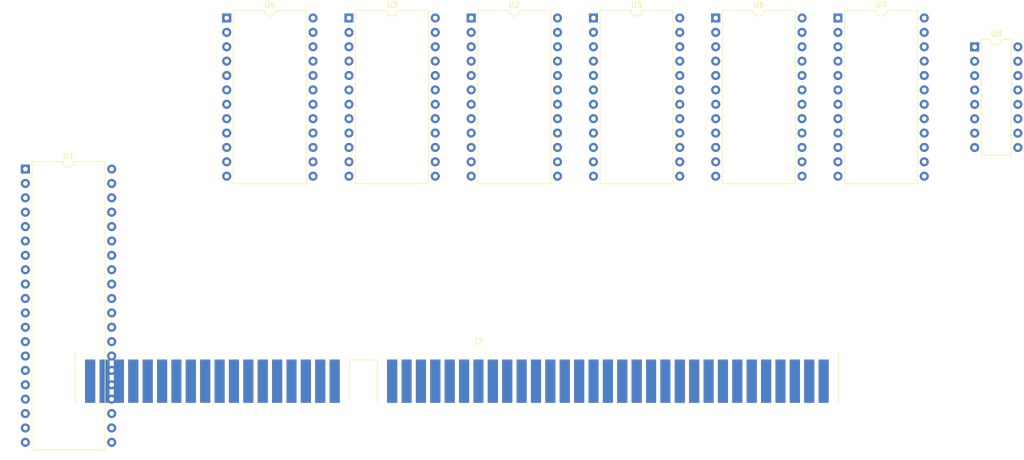
<source format=kicad_pcb>
(kicad_pcb (version 20211014) (generator pcbnew)
  (layers (0 "F.Cu" signal) (31 "B.Cu" signal) (34 "B.Paste" user) (35 "F.Paste" user) (36 "B.SilkS" user "B.Silkscreen") (37 "F.SilkS" user "F.Silkscreen") (38 "B.Mask" user) (39 "F.Mask" user) (44 "Edge.Cuts" user))
  (net 0 "")
  (net 12 "GND")
  (net 24 "+5V")
  (net 86 "RAM 3")
  (net 88 "RAM 2")
  (net 108 "RAM 1")
  (net 110 "RAM 0")
  (net 113 "/A7")
  (net 114 "/A6")
  (net 115 "/A5")
  (net 116 "/A4")
  (net 117 "/A3")
  (net 118 "/A2")
  (net 119 "/A1")
  (net 120 "/A0")
  (net 121 "/D0")
  (net 122 "/D1")
  (net 123 "/D2")
  (net 124 "/D3")
  (net 125 "/D4")
  (net 126 "/D5")
  (net 127 "/D6")
  (net 128 "/D7")
  (net 129 "/A12")
  (net 130 "/A10")
  (net 131 "/A11")
  (net 132 "/A9")
  (net 133 "/A8")
  (net 144 "Net-(U4-Pad19)")
  (net 148 "Net-(U5-Pad21)")
  (net 151 "Net-(U7-Pad21)")
  (footprint "Connector_PCBEdge:BUS_AT" (layer "F.Cu") (at 170.185 100.965)
    (fp_text reference "J2" (at -60.96 -6.99) (layer "F.SilkS"))
    (fp_text value "Conn_02x12_Counter_Clockwise")
    (fp_line (start -132.15 3.85) (end -132.15 -5.1) (layer "F.SilkS") (width 0.12))
    (fp_line (start -83.75 -3.75) (end -78.8 -3.75) (layer "F.SilkS") (width 0.12))
    (fp_line (start 2.6 3.85) (end 2.6 -5.1) (layer "F.SilkS") (width 0.12))
    (fp_line (start -83.75 3.85) (end -83.75 -3.75) (layer "F.SilkS") (width 0.12))
    (fp_line (start 2.6 -5.1) (end 3 -5.1) (layer "F.SilkS") (width 0.12))
    (fp_line (start -132.15 -5.1) (end -132.55 -5.1) (layer "F.SilkS") (width 0.12))
    (fp_line (start -78.8 -3.75) (end -78.8 3.85) (layer "F.SilkS") (width 0.12))
    (pad "1" connect rect (at 0 0) (size 1.78 7.62) (layers "B.Cu" "B.Mask") (net 113 "/A7"))
    (pad "2" connect rect (at -2.54 0) (size 1.78 7.62) (layers "B.Cu" "B.Mask") (net 114 "/A6"))
    (pad "3" connect rect (at -5.08 0) (size 1.78 7.62) (layers "B.Cu" "B.Mask") (net 115 "/A5"))
    (pad "4" connect rect (at -7.62 0) (size 1.78 7.62) (layers "B.Cu" "B.Mask") (net 116 "/A4"))
    (pad "5" connect rect (at -10.16 0) (size 1.78 7.62) (layers "B.Cu" "B.Mask") (net 117 "/A3"))
    (pad "6" connect rect (at -12.7 0) (size 1.78 7.62) (layers "B.Cu" "B.Mask") (net 118 "/A2"))
    (pad "7" connect rect (at -15.24 0) (size 1.78 7.62) (layers "B.Cu" "B.Mask") (net 119 "/A1"))
    (pad "8" connect rect (at -17.78 0) (size 1.78 7.62) (layers "B.Cu" "B.Mask") (net 120 "/A0"))
    (pad "9" connect rect (at -20.32 0) (size 1.78 7.62) (layers "B.Cu" "B.Mask") (net 121 "/D0"))
    (pad "10" connect rect (at -22.86 0) (size 1.78 7.62) (layers "B.Cu" "B.Mask") (net 122 "/D1"))
    (pad "11" connect rect (at -25.4 0) (size 1.78 7.62) (layers "B.Cu" "B.Mask") (net 123 "/D2"))
    (pad "12" connect rect (at -27.94 0) (size 1.78 7.62) (layers "B.Cu" "B.Mask") (net 12 "GND"))
    (pad "13" connect rect (at -30.48 0) (size 1.78 7.62) (layers "B.Cu" "B.Mask") (net 124 "/D3"))
    (pad "14" connect rect (at -33.02 0) (size 1.78 7.62) (layers "B.Cu" "B.Mask") (net 125 "/D4"))
    (pad "15" connect rect (at -35.56 0) (size 1.78 7.62) (layers "B.Cu" "B.Mask") (net 126 "/D5"))
    (pad "16" connect rect (at -38.1 0) (size 1.78 7.62) (layers "B.Cu" "B.Mask") (net 127 "/D6"))
    (pad "17" connect rect (at -40.64 0) (size 1.78 7.62) (layers "B.Cu" "B.Mask") (net 128 "/D7"))
    (pad "18" connect rect (at -43.18 0) (size 1.78 7.62) (layers "B.Cu" "B.Mask") (net 129 "/A12"))
    (pad "19" connect rect (at -45.72 0) (size 1.78 7.62) (layers "B.Cu" "B.Mask") (net 130 "/A10"))
    (pad "20" connect rect (at -48.26 0) (size 1.78 7.62) (layers "B.Cu" "B.Mask") (net 131 "/A11"))
    (pad "21" connect rect (at -50.8 0) (size 1.78 7.62) (layers "B.Cu" "B.Mask") (net 132 "/A9"))
    (pad "22" connect rect (at -53.34 0) (size 1.78 7.62) (layers "B.Cu" "B.Mask") (net 133 "/A8"))
    (pad "23" connect rect (at -55.88 0) (size 1.78 7.62) (layers "B.Cu" "B.Mask") (net 24 "+5V"))
    (pad "24" connect rect (at -58.42 0) (size 1.78 7.62) (layers "B.Cu" "B.Mask") (net 12 "GND"))
    (pad "25" connect rect (at -60.96 0) (size 1.78 7.62) (layers "B.Cu" "B.Mask"))
    (pad "26" connect rect (at -63.5 0) (size 1.78 7.62) (layers "B.Cu" "B.Mask"))
    (pad "27" connect rect (at -66.04 0) (size 1.78 7.62) (layers "B.Cu" "B.Mask"))
    (pad "28" connect rect (at -68.58 0) (size 1.78 7.62) (layers "B.Cu" "B.Mask"))
    (pad "29" connect rect (at -71.12 0) (size 1.78 7.62) (layers "B.Cu" "B.Mask"))
    (pad "30" connect rect (at -73.66 0) (size 1.78 7.62) (layers "B.Cu" "B.Mask"))
    (pad "31" connect rect (at -76.2 0) (size 1.78 7.62) (layers "B.Cu" "B.Mask"))
    (pad "32" connect rect (at 0 0) (size 1.78 7.62) (layers "F.Cu" "F.Mask"))
    (pad "33" connect rect (at -2.54 0) (size 1.78 7.62) (layers "F.Cu" "F.Mask"))
    (pad "34" connect rect (at -5.08 0) (size 1.78 7.62) (layers "F.Cu" "F.Mask"))
    (pad "35" connect rect (at -7.62 0) (size 1.78 7.62) (layers "F.Cu" "F.Mask"))
    (pad "36" connect rect (at -10.16 0) (size 1.78 7.62) (layers "F.Cu" "F.Mask"))
    (pad "37" connect rect (at -12.7 0) (size 1.78 7.62) (layers "F.Cu" "F.Mask"))
    (pad "38" connect rect (at -15.24 0) (size 1.78 7.62) (layers "F.Cu" "F.Mask"))
    (pad "39" connect rect (at -17.78 0) (size 1.78 7.62) (layers "F.Cu" "F.Mask"))
    (pad "40" connect rect (at -20.32 0) (size 1.78 7.62) (layers "F.Cu" "F.Mask"))
    (pad "41" connect rect (at -22.86 0) (size 1.78 7.62) (layers "F.Cu" "F.Mask"))
    (pad "42" connect rect (at -25.4 0) (size 1.78 7.62) (layers "F.Cu" "F.Mask"))
    (pad "43" connect rect (at -27.94 0) (size 1.78 7.62) (layers "F.Cu" "F.Mask"))
    (pad "44" connect rect (at -30.48 0) (size 1.78 7.62) (layers "F.Cu" "F.Mask"))
    (pad "45" connect rect (at -33.02 0) (size 1.78 7.62) (layers "F.Cu" "F.Mask"))
    (pad "46" connect rect (at -35.56 0) (size 1.78 7.62) (layers "F.Cu" "F.Mask"))
    (pad "47" connect rect (at -38.1 0) (size 1.78 7.62) (layers "F.Cu" "F.Mask"))
    (pad "48" connect rect (at -40.64 0) (size 1.78 7.62) (layers "F.Cu" "F.Mask"))
    (pad "49" connect rect (at -43.18 0) (size 1.78 7.62) (layers "F.Cu" "F.Mask"))
    (pad "50" connect rect (at -45.72 0) (size 1.78 7.62) (layers "F.Cu" "F.Mask"))
    (pad "51" connect rect (at -48.26 0) (size 1.78 7.62) (layers "F.Cu" "F.Mask"))
    (pad "52" connect rect (at -50.8 0) (size 1.78 7.62) (layers "F.Cu" "F.Mask"))
    (pad "53" connect rect (at -53.34 0) (size 1.78 7.62) (layers "F.Cu" "F.Mask"))
    (pad "54" connect rect (at -55.88 0) (size 1.78 7.62) (layers "F.Cu" "F.Mask"))
    (pad "55" connect rect (at -58.42 0) (size 1.78 7.62) (layers "F.Cu" "F.Mask"))
    (pad "56" connect rect (at -60.96 0) (size 1.78 7.62) (layers "F.Cu" "F.Mask"))
    (pad "57" connect rect (at -63.5 0) (size 1.78 7.62) (layers "F.Cu" "F.Mask"))
    (pad "58" connect rect (at -66.04 0) (size 1.78 7.62) (layers "F.Cu" "F.Mask"))
    (pad "59" connect rect (at -68.58 0) (size 1.78 7.62) (layers "F.Cu" "F.Mask"))
    (pad "60" connect rect (at -71.12 0) (size 1.78 7.62) (layers "F.Cu" "F.Mask"))
    (pad "61" connect rect (at -73.66 0) (size 1.78 7.62) (layers "F.Cu" "F.Mask"))
    (pad "62" connect rect (at -76.2 0) (size 1.78 7.62) (layers "F.Cu" "F.Mask"))
    (pad "63" connect rect (at -86.36 0) (size 1.78 7.62) (layers "B.Cu" "B.Mask"))
    (pad "64" connect rect (at -88.9 0) (size 1.78 7.62) (layers "B.Cu" "B.Mask"))
    (pad "65" connect rect (at -91.44 0) (size 1.78 7.62) (layers "B.Cu" "B.Mask"))
    (pad "66" connect rect (at -93.98 0) (size 1.78 7.62) (layers "B.Cu" "B.Mask"))
    (pad "67" connect rect (at -96.52 0) (size 1.78 7.62) (layers "B.Cu" "B.Mask"))
    (pad "68" connect rect (at -99.06 0) (size 1.78 7.62) (layers "B.Cu" "B.Mask"))
    (pad "69" connect rect (at -101.6 0) (size 1.78 7.62) (layers "B.Cu" "B.Mask"))
    (pad "70" connect rect (at -104.14 0) (size 1.78 7.62) (layers "B.Cu" "B.Mask"))
    (pad "71" connect rect (at -106.68 0) (size 1.78 7.62) (layers "B.Cu" "B.Mask"))
    (pad "72" connect rect (at -109.22 0) (size 1.78 7.62) (layers "B.Cu" "B.Mask"))
    (pad "73" connect rect (at -111.76 0) (size 1.78 7.62) (layers "B.Cu" "B.Mask"))
    (pad "74" connect rect (at -114.3 0) (size 1.78 7.62) (layers "B.Cu" "B.Mask"))
    (pad "75" connect rect (at -116.84 0) (size 1.78 7.62) (layers "B.Cu" "B.Mask"))
    (pad "76" connect rect (at -119.38 0) (size 1.78 7.62) (layers "B.Cu" "B.Mask"))
    (pad "77" connect rect (at -121.92 0) (size 1.78 7.62) (layers "B.Cu" "B.Mask"))
    (pad "78" connect rect (at -124.46 0) (size 1.78 7.62) (layers "B.Cu" "B.Mask"))
    (pad "79" connect rect (at -127 0) (size 1.78 7.62) (layers "B.Cu" "B.Mask"))
    (pad "80" connect rect (at -129.54 0) (size 1.78 7.62) (layers "B.Cu" "B.Mask"))
    (pad "81" connect rect (at -86.36 0) (size 1.78 7.62) (layers "F.Cu" "F.Mask"))
    (pad "82" connect rect (at -88.9 0) (size 1.78 7.62) (layers "F.Cu" "F.Mask"))
    (pad "83" connect rect (at -91.44 0) (size 1.78 7.62) (layers "F.Cu" "F.Mask"))
    (pad "84" connect rect (at -93.98 0) (size 1.78 7.62) (layers "F.Cu" "F.Mask"))
    (pad "85" connect rect (at -96.52 0) (size 1.78 7.62) (layers "F.Cu" "F.Mask"))
    (pad "86" connect rect (at -99.06 0) (size 1.78 7.62) (layers "F.Cu" "F.Mask"))
    (pad "87" connect rect (at -101.6 0) (size 1.78 7.62) (layers "F.Cu" "F.Mask"))
    (pad "88" connect rect (at -104.14 0) (size 1.78 7.62) (layers "F.Cu" "F.Mask"))
    (pad "89" connect rect (at -106.68 0) (size 1.78 7.62) (layers "F.Cu" "F.Mask"))
    (pad "90" connect rect (at -109.22 0) (size 1.78 7.62) (layers "F.Cu" "F.Mask"))
    (pad "91" connect rect (at -111.76 0) (size 1.78 7.62) (layers "F.Cu" "F.Mask"))
    (pad "92" connect rect (at -114.3 0) (size 1.78 7.62) (layers "F.Cu" "F.Mask"))
    (pad "93" connect rect (at -116.84 0) (size 1.78 7.62) (layers "F.Cu" "F.Mask"))
    (pad "94" connect rect (at -119.38 0) (size 1.78 7.62) (layers "F.Cu" "F.Mask"))
    (pad "95" connect rect (at -121.92 0) (size 1.78 7.62) (layers "F.Cu" "F.Mask"))
    (pad "96" connect rect (at -124.46 0) (size 1.78 7.62) (layers "F.Cu" "F.Mask"))
    (pad "97" connect rect (at -127 0) (size 1.78 7.62) (layers "F.Cu" "F.Mask"))
    (pad "98" connect rect (at -129.54 0) (size 1.78 7.62) (layers "F.Cu" "F.Mask"))
  )
  (footprint "Package_DIP:DIP-24_W15.24mm" (layer "F.Cu") (at 129.535 36.825)
    (fp_text reference "U5" (at 7.62 -2.33) (layer "F.SilkS"))
    (fp_text value "MB8416-20")
    (fp_line (start 6.62 -1.33) (end 1.16 -1.33) (layer "F.SilkS") (width 0.12))
    (fp_line (start 14.08 -1.33) (end 8.62 -1.33) (layer "F.SilkS") (width 0.12))
    (fp_line (start 1.16 29.27) (end 14.08 29.27) (layer "F.SilkS") (width 0.12))
    (fp_line (start 1.16 -1.33) (end 1.16 29.27) (layer "F.SilkS") (width 0.12))
    (fp_line (start 14.08 29.27) (end 14.08 -1.33) (layer "F.SilkS") (width 0.12))
    (fp_arc (start 8.62 -1.33) (mid 7.62 -0.33) (end 6.62 -1.33) (layer "F.SilkS") (width 0.12))
    (pad "1" thru_hole rect (at 0 0) (size 1.6 1.6) (drill 0.8) (layers *.Cu *.Mask))
    (pad "2" thru_hole oval (at 0 2.54) (size 1.6 1.6) (drill 0.8) (layers *.Cu *.Mask))
    (pad "3" thru_hole oval (at 0 5.08) (size 1.6 1.6) (drill 0.8) (layers *.Cu *.Mask))
    (pad "4" thru_hole oval (at 0 7.62) (size 1.6 1.6) (drill 0.8) (layers *.Cu *.Mask))
    (pad "5" thru_hole oval (at 0 10.16) (size 1.6 1.6) (drill 0.8) (layers *.Cu *.Mask))
    (pad "6" thru_hole oval (at 0 12.7) (size 1.6 1.6) (drill 0.8) (layers *.Cu *.Mask))
    (pad "7" thru_hole oval (at 0 15.24) (size 1.6 1.6) (drill 0.8) (layers *.Cu *.Mask))
    (pad "8" thru_hole oval (at 0 17.78) (size 1.6 1.6) (drill 0.8) (layers *.Cu *.Mask))
    (pad "9" thru_hole oval (at 0 20.32) (size 1.6 1.6) (drill 0.8) (layers *.Cu *.Mask))
    (pad "10" thru_hole oval (at 0 22.86) (size 1.6 1.6) (drill 0.8) (layers *.Cu *.Mask))
    (pad "11" thru_hole oval (at 0 25.4) (size 1.6 1.6) (drill 0.8) (layers *.Cu *.Mask))
    (pad "12" thru_hole oval (at 0 27.94) (size 1.6 1.6) (drill 0.8) (layers *.Cu *.Mask) (net 12 "GND"))
    (pad "13" thru_hole oval (at 15.24 27.94) (size 1.6 1.6) (drill 0.8) (layers *.Cu *.Mask))
    (pad "14" thru_hole oval (at 15.24 25.4) (size 1.6 1.6) (drill 0.8) (layers *.Cu *.Mask))
    (pad "15" thru_hole oval (at 15.24 22.86) (size 1.6 1.6) (drill 0.8) (layers *.Cu *.Mask))
    (pad "16" thru_hole oval (at 15.24 20.32) (size 1.6 1.6) (drill 0.8) (layers *.Cu *.Mask))
    (pad "17" thru_hole oval (at 15.24 17.78) (size 1.6 1.6) (drill 0.8) (layers *.Cu *.Mask))
    (pad "18" thru_hole oval (at 15.24 15.24) (size 1.6 1.6) (drill 0.8) (layers *.Cu *.Mask))
    (pad "19" thru_hole oval (at 15.24 12.7) (size 1.6 1.6) (drill 0.8) (layers *.Cu *.Mask) (net 144 "Net-(U4-Pad19)"))
    (pad "20" thru_hole oval (at 15.24 10.16) (size 1.6 1.6) (drill 0.8) (layers *.Cu *.Mask))
    (pad "21" thru_hole oval (at 15.24 7.62) (size 1.6 1.6) (drill 0.8) (layers *.Cu *.Mask) (net 148 "Net-(U5-Pad21)"))
    (pad "22" thru_hole oval (at 15.24 5.08) (size 1.6 1.6) (drill 0.8) (layers *.Cu *.Mask))
    (pad "23" thru_hole oval (at 15.24 2.54) (size 1.6 1.6) (drill 0.8) (layers *.Cu *.Mask))
    (pad "24" thru_hole oval (at 15.24 0) (size 1.6 1.6) (drill 0.8) (layers *.Cu *.Mask) (net 24 "+5V"))
  )
  (footprint "Package_DIP:DIP-16_W7.62mm" (layer "F.Cu") (at 196.86 41.925)
    (fp_text reference "U8" (at 3.81 -2.33) (layer "F.SilkS"))
    (fp_text value "DM54S288J")
    (fp_line (start 6.46 19.11) (end 6.46 -1.33) (layer "F.SilkS") (width 0.12))
    (fp_line (start 2.81 -1.33) (end 1.16 -1.33) (layer "F.SilkS") (width 0.12))
    (fp_line (start 1.16 19.11) (end 6.46 19.11) (layer "F.SilkS") (width 0.12))
    (fp_line (start 6.46 -1.33) (end 4.81 -1.33) (layer "F.SilkS") (width 0.12))
    (fp_line (start 1.16 -1.33) (end 1.16 19.11) (layer "F.SilkS") (width 0.12))
    (fp_arc (start 4.81 -1.33) (mid 3.81 -0.33) (end 2.81 -1.33) (layer "F.SilkS") (width 0.12))
    (pad "1" thru_hole rect (at 0 0) (size 1.6 1.6) (drill 0.8) (layers *.Cu *.Mask))
    (pad "2" thru_hole oval (at 0 2.54) (size 1.6 1.6) (drill 0.8) (layers *.Cu *.Mask))
    (pad "3" thru_hole oval (at 0 5.08) (size 1.6 1.6) (drill 0.8) (layers *.Cu *.Mask))
    (pad "4" thru_hole oval (at 0 7.62) (size 1.6 1.6) (drill 0.8) (layers *.Cu *.Mask))
    (pad "5" thru_hole oval (at 0 10.16) (size 1.6 1.6) (drill 0.8) (layers *.Cu *.Mask))
    (pad "6" thru_hole oval (at 0 12.7) (size 1.6 1.6) (drill 0.8) (layers *.Cu *.Mask))
    (pad "7" thru_hole oval (at 0 15.24) (size 1.6 1.6) (drill 0.8) (layers *.Cu *.Mask))
    (pad "8" thru_hole oval (at 0 17.78) (size 1.6 1.6) (drill 0.8) (layers *.Cu *.Mask) (net 12 "GND"))
    (pad "9" thru_hole oval (at 7.62 17.78) (size 1.6 1.6) (drill 0.8) (layers *.Cu *.Mask))
    (pad "10" thru_hole oval (at 7.62 15.24) (size 1.6 1.6) (drill 0.8) (layers *.Cu *.Mask))
    (pad "11" thru_hole oval (at 7.62 12.7) (size 1.6 1.6) (drill 0.8) (layers *.Cu *.Mask))
    (pad "12" thru_hole oval (at 7.62 10.16) (size 1.6 1.6) (drill 0.8) (layers *.Cu *.Mask))
    (pad "13" thru_hole oval (at 7.62 7.62) (size 1.6 1.6) (drill 0.8) (layers *.Cu *.Mask))
    (pad "14" thru_hole oval (at 7.62 5.08) (size 1.6 1.6) (drill 0.8) (layers *.Cu *.Mask))
    (pad "15" thru_hole oval (at 7.62 2.54) (size 1.6 1.6) (drill 0.8) (layers *.Cu *.Mask))
    (pad "16" thru_hole oval (at 7.62 0) (size 1.6 1.6) (drill 0.8) (layers *.Cu *.Mask) (net 24 "+5V"))
  )
  (footprint "Package_DIP:DIP-24_W15.24mm" (layer "F.Cu") (at 107.945 36.825)
    (fp_text reference "U2" (at 7.62 -2.33) (layer "F.SilkS"))
    (fp_text value "RCA CDM6116E2")
    (fp_line (start 14.08 -1.33) (end 8.62 -1.33) (layer "F.SilkS") (width 0.12))
    (fp_line (start 6.62 -1.33) (end 1.16 -1.33) (layer "F.SilkS") (width 0.12))
    (fp_line (start 1.16 29.27) (end 14.08 29.27) (layer "F.SilkS") (width 0.12))
    (fp_line (start 1.16 -1.33) (end 1.16 29.27) (layer "F.SilkS") (width 0.12))
    (fp_line (start 14.08 29.27) (end 14.08 -1.33) (layer "F.SilkS") (width 0.12))
    (fp_arc (start 8.62 -1.33) (mid 7.62 -0.33) (end 6.62 -1.33) (layer "F.SilkS") (width 0.12))
    (pad "1" thru_hole rect (at 0 0) (size 1.6 1.6) (drill 0.8) (layers *.Cu *.Mask))
    (pad "2" thru_hole oval (at 0 2.54) (size 1.6 1.6) (drill 0.8) (layers *.Cu *.Mask))
    (pad "3" thru_hole oval (at 0 5.08) (size 1.6 1.6) (drill 0.8) (layers *.Cu *.Mask))
    (pad "4" thru_hole oval (at 0 7.62) (size 1.6 1.6) (drill 0.8) (layers *.Cu *.Mask))
    (pad "5" thru_hole oval (at 0 10.16) (size 1.6 1.6) (drill 0.8) (layers *.Cu *.Mask))
    (pad "6" thru_hole oval (at 0 12.7) (size 1.6 1.6) (drill 0.8) (layers *.Cu *.Mask))
    (pad "7" thru_hole oval (at 0 15.24) (size 1.6 1.6) (drill 0.8) (layers *.Cu *.Mask))
    (pad "8" thru_hole oval (at 0 17.78) (size 1.6 1.6) (drill 0.8) (layers *.Cu *.Mask))
    (pad "9" thru_hole oval (at 0 20.32) (size 1.6 1.6) (drill 0.8) (layers *.Cu *.Mask))
    (pad "10" thru_hole oval (at 0 22.86) (size 1.6 1.6) (drill 0.8) (layers *.Cu *.Mask))
    (pad "11" thru_hole oval (at 0 25.4) (size 1.6 1.6) (drill 0.8) (layers *.Cu *.Mask))
    (pad "12" thru_hole oval (at 0 27.94) (size 1.6 1.6) (drill 0.8) (layers *.Cu *.Mask) (net 12 "GND"))
    (pad "13" thru_hole oval (at 15.24 27.94) (size 1.6 1.6) (drill 0.8) (layers *.Cu *.Mask))
    (pad "14" thru_hole oval (at 15.24 25.4) (size 1.6 1.6) (drill 0.8) (layers *.Cu *.Mask))
    (pad "15" thru_hole oval (at 15.24 22.86) (size 1.6 1.6) (drill 0.8) (layers *.Cu *.Mask))
    (pad "16" thru_hole oval (at 15.24 20.32) (size 1.6 1.6) (drill 0.8) (layers *.Cu *.Mask))
    (pad "17" thru_hole oval (at 15.24 17.78) (size 1.6 1.6) (drill 0.8) (layers *.Cu *.Mask))
    (pad "18" thru_hole oval (at 15.24 15.24) (size 1.6 1.6) (drill 0.8) (layers *.Cu *.Mask))
    (pad "19" thru_hole oval (at 15.24 12.7) (size 1.6 1.6) (drill 0.8) (layers *.Cu *.Mask) (net 144 "Net-(U4-Pad19)"))
    (pad "20" thru_hole oval (at 15.24 10.16) (size 1.6 1.6) (drill 0.8) (layers *.Cu *.Mask))
    (pad "21" thru_hole oval (at 15.24 7.62) (size 1.6 1.6) (drill 0.8) (layers *.Cu *.Mask))
    (pad "22" thru_hole oval (at 15.24 5.08) (size 1.6 1.6) (drill 0.8) (layers *.Cu *.Mask))
    (pad "23" thru_hole oval (at 15.24 2.54) (size 1.6 1.6) (drill 0.8) (layers *.Cu *.Mask))
    (pad "24" thru_hole oval (at 15.24 0) (size 1.6 1.6) (drill 0.8) (layers *.Cu *.Mask) (net 24 "+5V"))
  )
  (footprint "Package_DIP:DIP-24_W15.24mm" (layer "F.Cu") (at 86.355 36.825)
    (fp_text reference "U3" (at 7.62 -2.33) (layer "F.SilkS"))
    (fp_text value "MB8416-20")
    (fp_line (start 14.08 29.27) (end 14.08 -1.33) (layer "F.SilkS") (width 0.12))
    (fp_line (start 6.62 -1.33) (end 1.16 -1.33) (layer "F.SilkS") (width 0.12))
    (fp_line (start 1.16 -1.33) (end 1.16 29.27) (layer "F.SilkS") (width 0.12))
    (fp_line (start 1.16 29.27) (end 14.08 29.27) (layer "F.SilkS") (width 0.12))
    (fp_line (start 14.08 -1.33) (end 8.62 -1.33) (layer "F.SilkS") (width 0.12))
    (fp_arc (start 8.62 -1.33) (mid 7.62 -0.33) (end 6.62 -1.33) (layer "F.SilkS") (width 0.12))
    (pad "1" thru_hole rect (at 0 0) (size 1.6 1.6) (drill 0.8) (layers *.Cu *.Mask))
    (pad "2" thru_hole oval (at 0 2.54) (size 1.6 1.6) (drill 0.8) (layers *.Cu *.Mask))
    (pad "3" thru_hole oval (at 0 5.08) (size 1.6 1.6) (drill 0.8) (layers *.Cu *.Mask))
    (pad "4" thru_hole oval (at 0 7.62) (size 1.6 1.6) (drill 0.8) (layers *.Cu *.Mask))
    (pad "5" thru_hole oval (at 0 10.16) (size 1.6 1.6) (drill 0.8) (layers *.Cu *.Mask))
    (pad "6" thru_hole oval (at 0 12.7) (size 1.6 1.6) (drill 0.8) (layers *.Cu *.Mask))
    (pad "7" thru_hole oval (at 0 15.24) (size 1.6 1.6) (drill 0.8) (layers *.Cu *.Mask))
    (pad "8" thru_hole oval (at 0 17.78) (size 1.6 1.6) (drill 0.8) (layers *.Cu *.Mask))
    (pad "9" thru_hole oval (at 0 20.32) (size 1.6 1.6) (drill 0.8) (layers *.Cu *.Mask))
    (pad "10" thru_hole oval (at 0 22.86) (size 1.6 1.6) (drill 0.8) (layers *.Cu *.Mask))
    (pad "11" thru_hole oval (at 0 25.4) (size 1.6 1.6) (drill 0.8) (layers *.Cu *.Mask))
    (pad "12" thru_hole oval (at 0 27.94) (size 1.6 1.6) (drill 0.8) (layers *.Cu *.Mask) (net 12 "GND"))
    (pad "13" thru_hole oval (at 15.24 27.94) (size 1.6 1.6) (drill 0.8) (layers *.Cu *.Mask))
    (pad "14" thru_hole oval (at 15.24 25.4) (size 1.6 1.6) (drill 0.8) (layers *.Cu *.Mask))
    (pad "15" thru_hole oval (at 15.24 22.86) (size 1.6 1.6) (drill 0.8) (layers *.Cu *.Mask))
    (pad "16" thru_hole oval (at 15.24 20.32) (size 1.6 1.6) (drill 0.8) (layers *.Cu *.Mask))
    (pad "17" thru_hole oval (at 15.24 17.78) (size 1.6 1.6) (drill 0.8) (layers *.Cu *.Mask))
    (pad "18" thru_hole oval (at 15.24 15.24) (size 1.6 1.6) (drill 0.8) (layers *.Cu *.Mask))
    (pad "19" thru_hole oval (at 15.24 12.7) (size 1.6 1.6) (drill 0.8) (layers *.Cu *.Mask) (net 144 "Net-(U4-Pad19)"))
    (pad "20" thru_hole oval (at 15.24 10.16) (size 1.6 1.6) (drill 0.8) (layers *.Cu *.Mask))
    (pad "21" thru_hole oval (at 15.24 7.62) (size 1.6 1.6) (drill 0.8) (layers *.Cu *.Mask) (net 148 "Net-(U5-Pad21)"))
    (pad "22" thru_hole oval (at 15.24 5.08) (size 1.6 1.6) (drill 0.8) (layers *.Cu *.Mask))
    (pad "23" thru_hole oval (at 15.24 2.54) (size 1.6 1.6) (drill 0.8) (layers *.Cu *.Mask))
    (pad "24" thru_hole oval (at 15.24 0) (size 1.6 1.6) (drill 0.8) (layers *.Cu *.Mask) (net 24 "+5V"))
  )
  (footprint "Package_DIP:DIP-40_W15.24mm" (layer "F.Cu") (at 29.205 63.505)
    (fp_text reference "U1" (at 7.62 -2.33) (layer "F.SilkS"))
    (fp_text value "266777A-HCS_10018-8319_7F")
    (fp_line (start 1.16 49.59) (end 14.08 49.59) (layer "F.SilkS") (width 0.12))
    (fp_line (start 14.08 -1.33) (end 8.62 -1.33) (layer "F.SilkS") (width 0.12))
    (fp_line (start 6.62 -1.33) (end 1.16 -1.33) (layer "F.SilkS") (width 0.12))
    (fp_line (start 14.08 49.59) (end 14.08 -1.33) (layer "F.SilkS") (width 0.12))
    (fp_line (start 1.16 -1.33) (end 1.16 49.59) (layer "F.SilkS") (width 0.12))
    (fp_arc (start 8.62 -1.33) (mid 7.62 -0.33) (end 6.62 -1.33) (layer "F.SilkS") (width 0.12))
    (pad "1" thru_hole rect (at 0 0) (size 1.6 1.6) (drill 0.8) (layers *.Cu *.Mask) (net 12 "GND"))
    (pad "2" thru_hole oval (at 0 2.54) (size 1.6 1.6) (drill 0.8) (layers *.Cu *.Mask))
    (pad "3" thru_hole oval (at 0 5.08) (size 1.6 1.6) (drill 0.8) (layers *.Cu *.Mask))
    (pad "4" thru_hole oval (at 0 7.62) (size 1.6 1.6) (drill 0.8) (layers *.Cu *.Mask))
    (pad "5" thru_hole oval (at 0 10.16) (size 1.6 1.6) (drill 0.8) (layers *.Cu *.Mask))
    (pad "6" thru_hole oval (at 0 12.7) (size 1.6 1.6) (drill 0.8) (layers *.Cu *.Mask))
    (pad "7" thru_hole oval (at 0 15.24) (size 1.6 1.6) (drill 0.8) (layers *.Cu *.Mask) (net 86 "RAM 3"))
    (pad "8" thru_hole oval (at 0 17.78) (size 1.6 1.6) (drill 0.8) (layers *.Cu *.Mask) (net 88 "RAM 2"))
    (pad "9" thru_hole oval (at 0 20.32) (size 1.6 1.6) (drill 0.8) (layers *.Cu *.Mask) (net 108 "RAM 1"))
    (pad "10" thru_hole oval (at 0 22.86) (size 1.6 1.6) (drill 0.8) (layers *.Cu *.Mask) (net 110 "RAM 0"))
    (pad "11" thru_hole oval (at 0 25.4) (size 1.6 1.6) (drill 0.8) (layers *.Cu *.Mask))
    (pad "12" thru_hole oval (at 0 27.94) (size 1.6 1.6) (drill 0.8) (layers *.Cu *.Mask))
    (pad "13" thru_hole oval (at 0 30.48) (size 1.6 1.6) (drill 0.8) (layers *.Cu *.Mask))
    (pad "14" thru_hole oval (at 0 33.02) (size 1.6 1.6) (drill 0.8) (layers *.Cu *.Mask))
    (pad "15" thru_hole oval (at 0 35.56) (size 1.6 1.6) (drill 0.8) (layers *.Cu *.Mask))
    (pad "16" thru_hole oval (at 0 38.1) (size 1.6 1.6) (drill 0.8) (layers *.Cu *.Mask))
    (pad "17" thru_hole oval (at 0 40.64) (size 1.6 1.6) (drill 0.8) (layers *.Cu *.Mask))
    (pad "18" thru_hole oval (at 0 43.18) (size 1.6 1.6) (drill 0.8) (layers *.Cu *.Mask))
    (pad "19" thru_hole oval (at 0 45.72) (size 1.6 1.6) (drill 0.8) (layers *.Cu *.Mask))
    (pad "20" thru_hole oval (at 0 48.26) (size 1.6 1.6) (drill 0.8) (layers *.Cu *.Mask) (net 12 "GND"))
    (pad "21" thru_hole oval (at 15.24 48.26) (size 1.6 1.6) (drill 0.8) (layers *.Cu *.Mask))
    (pad "22" thru_hole oval (at 15.24 45.72) (size 1.6 1.6) (drill 0.8) (layers *.Cu *.Mask) (net 144 "Net-(U4-Pad19)"))
    (pad "23" thru_hole oval (at 15.24 43.18) (size 1.6 1.6) (drill 0.8) (layers *.Cu *.Mask))
    (pad "24" thru_hole oval (at 15.24 40.64) (size 1.6 1.6) (drill 0.8) (layers *.Cu *.Mask))
    (pad "25" thru_hole oval (at 15.24 38.1) (size 1.6 1.6) (drill 0.8) (layers *.Cu *.Mask))
    (pad "26" thru_hole oval (at 15.24 35.56) (size 1.6 1.6) (drill 0.8) (layers *.Cu *.Mask) (net 148 "Net-(U5-Pad21)"))
    (pad "27" thru_hole oval (at 15.24 33.02) (size 1.6 1.6) (drill 0.8) (layers *.Cu *.Mask))
    (pad "28" thru_hole oval (at 15.24 30.48) (size 1.6 1.6) (drill 0.8) (layers *.Cu *.Mask))
    (pad "29" thru_hole oval (at 15.24 27.94) (size 1.6 1.6) (drill 0.8) (layers *.Cu *.Mask) (net 151 "Net-(U7-Pad21)"))
    (pad "30" thru_hole oval (at 15.24 25.4) (size 1.6 1.6) (drill 0.8) (layers *.Cu *.Mask))
    (pad "31" thru_hole oval (at 15.24 22.86) (size 1.6 1.6) (drill 0.8) (layers *.Cu *.Mask))
    (pad "32" thru_hole oval (at 15.24 20.32) (size 1.6 1.6) (drill 0.8) (layers *.Cu *.Mask))
    (pad "33" thru_hole oval (at 15.24 17.78) (size 1.6 1.6) (drill 0.8) (layers *.Cu *.Mask))
    (pad "34" thru_hole oval (at 15.24 15.24) (size 1.6 1.6) (drill 0.8) (layers *.Cu *.Mask))
    (pad "35" thru_hole oval (at 15.24 12.7) (size 1.6 1.6) (drill 0.8) (layers *.Cu *.Mask))
    (pad "36" thru_hole oval (at 15.24 10.16) (size 1.6 1.6) (drill 0.8) (layers *.Cu *.Mask))
    (pad "37" thru_hole oval (at 15.24 7.62) (size 1.6 1.6) (drill 0.8) (layers *.Cu *.Mask))
    (pad "38" thru_hole oval (at 15.24 5.08) (size 1.6 1.6) (drill 0.8) (layers *.Cu *.Mask))
    (pad "39" thru_hole oval (at 15.24 2.54) (size 1.6 1.6) (drill 0.8) (layers *.Cu *.Mask))
    (pad "40" thru_hole oval (at 15.24 0) (size 1.6 1.6) (drill 0.8) (layers *.Cu *.Mask) (net 24 "+5V"))
  )
  (footprint "Package_DIP:DIP-24_W15.24mm" (layer "F.Cu") (at 172.715 36.825)
    (fp_text reference "U7" (at 7.62 -2.33) (layer "F.SilkS"))
    (fp_text value "CVC-A1065")
    (fp_line (start 1.16 -1.33) (end 1.16 29.27) (layer "F.SilkS") (width 0.12))
    (fp_line (start 6.62 -1.33) (end 1.16 -1.33) (layer "F.SilkS") (width 0.12))
    (fp_line (start 14.08 29.27) (end 14.08 -1.33) (layer "F.SilkS") (width 0.12))
    (fp_line (start 14.08 -1.33) (end 8.62 -1.33) (layer "F.SilkS") (width 0.12))
    (fp_line (start 1.16 29.27) (end 14.08 29.27) (layer "F.SilkS") (width 0.12))
    (fp_arc (start 8.62 -1.33) (mid 7.62 -0.33) (end 6.62 -1.33) (layer "F.SilkS") (width 0.12))
    (pad "1" thru_hole rect (at 0 0) (size 1.6 1.6) (drill 0.8) (layers *.Cu *.Mask))
    (pad "2" thru_hole oval (at 0 2.54) (size 1.6 1.6) (drill 0.8) (layers *.Cu *.Mask))
    (pad "3" thru_hole oval (at 0 5.08) (size 1.6 1.6) (drill 0.8) (layers *.Cu *.Mask))
    (pad "4" thru_hole oval (at 0 7.62) (size 1.6 1.6) (drill 0.8) (layers *.Cu *.Mask))
    (pad "5" thru_hole oval (at 0 10.16) (size 1.6 1.6) (drill 0.8) (layers *.Cu *.Mask))
    (pad "6" thru_hole oval (at 0 12.7) (size 1.6 1.6) (drill 0.8) (layers *.Cu *.Mask))
    (pad "7" thru_hole oval (at 0 15.24) (size 1.6 1.6) (drill 0.8) (layers *.Cu *.Mask))
    (pad "8" thru_hole oval (at 0 17.78) (size 1.6 1.6) (drill 0.8) (layers *.Cu *.Mask))
    (pad "9" thru_hole oval (at 0 20.32) (size 1.6 1.6) (drill 0.8) (layers *.Cu *.Mask))
    (pad "10" thru_hole oval (at 0 22.86) (size 1.6 1.6) (drill 0.8) (layers *.Cu *.Mask))
    (pad "11" thru_hole oval (at 0 25.4) (size 1.6 1.6) (drill 0.8) (layers *.Cu *.Mask))
    (pad "12" thru_hole oval (at 0 27.94) (size 1.6 1.6) (drill 0.8) (layers *.Cu *.Mask) (net 12 "GND"))
    (pad "13" thru_hole oval (at 15.24 27.94) (size 1.6 1.6) (drill 0.8) (layers *.Cu *.Mask))
    (pad "14" thru_hole oval (at 15.24 25.4) (size 1.6 1.6) (drill 0.8) (layers *.Cu *.Mask))
    (pad "15" thru_hole oval (at 15.24 22.86) (size 1.6 1.6) (drill 0.8) (layers *.Cu *.Mask))
    (pad "16" thru_hole oval (at 15.24 20.32) (size 1.6 1.6) (drill 0.8) (layers *.Cu *.Mask))
    (pad "17" thru_hole oval (at 15.24 17.78) (size 1.6 1.6) (drill 0.8) (layers *.Cu *.Mask))
    (pad "18" thru_hole oval (at 15.24 15.24) (size 1.6 1.6) (drill 0.8) (layers *.Cu *.Mask))
    (pad "19" thru_hole oval (at 15.24 12.7) (size 1.6 1.6) (drill 0.8) (layers *.Cu *.Mask) (net 144 "Net-(U4-Pad19)"))
    (pad "20" thru_hole oval (at 15.24 10.16) (size 1.6 1.6) (drill 0.8) (layers *.Cu *.Mask))
    (pad "21" thru_hole oval (at 15.24 7.62) (size 1.6 1.6) (drill 0.8) (layers *.Cu *.Mask) (net 151 "Net-(U7-Pad21)"))
    (pad "22" thru_hole oval (at 15.24 5.08) (size 1.6 1.6) (drill 0.8) (layers *.Cu *.Mask))
    (pad "23" thru_hole oval (at 15.24 2.54) (size 1.6 1.6) (drill 0.8) (layers *.Cu *.Mask))
    (pad "24" thru_hole oval (at 15.24 0) (size 1.6 1.6) (drill 0.8) (layers *.Cu *.Mask) (net 24 "+5V"))
  )
  (footprint "Package_DIP:DIP-24_W15.24mm" (layer "F.Cu") (at 64.765 36.825)
    (fp_text reference "U4" (at 7.62 -2.33) (layer "F.SilkS"))
    (fp_text value "MB8416-20")
    (fp_line (start 1.16 29.27) (end 14.08 29.27) (layer "F.SilkS") (width 0.12))
    (fp_line (start 1.16 -1.33) (end 1.16 29.27) (layer "F.SilkS") (width 0.12))
    (fp_line (start 14.08 -1.33) (end 8.62 -1.33) (layer "F.SilkS") (width 0.12))
    (fp_line (start 6.62 -1.33) (end 1.16 -1.33) (layer "F.SilkS") (width 0.12))
    (fp_line (start 14.08 29.27) (end 14.08 -1.33) (layer "F.SilkS") (width 0.12))
    (fp_arc (start 8.62 -1.33) (mid 7.62 -0.33) (end 6.62 -1.33) (layer "F.SilkS") (width 0.12))
    (pad "1" thru_hole rect (at 0 0) (size 1.6 1.6) (drill 0.8) (layers *.Cu *.Mask))
    (pad "2" thru_hole oval (at 0 2.54) (size 1.6 1.6) (drill 0.8) (layers *.Cu *.Mask))
    (pad "3" thru_hole oval (at 0 5.08) (size 1.6 1.6) (drill 0.8) (layers *.Cu *.Mask))
    (pad "4" thru_hole oval (at 0 7.62) (size 1.6 1.6) (drill 0.8) (layers *.Cu *.Mask))
    (pad "5" thru_hole oval (at 0 10.16) (size 1.6 1.6) (drill 0.8) (layers *.Cu *.Mask))
    (pad "6" thru_hole oval (at 0 12.7) (size 1.6 1.6) (drill 0.8) (layers *.Cu *.Mask))
    (pad "7" thru_hole oval (at 0 15.24) (size 1.6 1.6) (drill 0.8) (layers *.Cu *.Mask))
    (pad "8" thru_hole oval (at 0 17.78) (size 1.6 1.6) (drill 0.8) (layers *.Cu *.Mask))
    (pad "9" thru_hole oval (at 0 20.32) (size 1.6 1.6) (drill 0.8) (layers *.Cu *.Mask))
    (pad "10" thru_hole oval (at 0 22.86) (size 1.6 1.6) (drill 0.8) (layers *.Cu *.Mask))
    (pad "11" thru_hole oval (at 0 25.4) (size 1.6 1.6) (drill 0.8) (layers *.Cu *.Mask))
    (pad "12" thru_hole oval (at 0 27.94) (size 1.6 1.6) (drill 0.8) (layers *.Cu *.Mask) (net 12 "GND"))
    (pad "13" thru_hole oval (at 15.24 27.94) (size 1.6 1.6) (drill 0.8) (layers *.Cu *.Mask))
    (pad "14" thru_hole oval (at 15.24 25.4) (size 1.6 1.6) (drill 0.8) (layers *.Cu *.Mask))
    (pad "15" thru_hole oval (at 15.24 22.86) (size 1.6 1.6) (drill 0.8) (layers *.Cu *.Mask))
    (pad "16" thru_hole oval (at 15.24 20.32) (size 1.6 1.6) (drill 0.8) (layers *.Cu *.Mask))
    (pad "17" thru_hole oval (at 15.24 17.78) (size 1.6 1.6) (drill 0.8) (layers *.Cu *.Mask))
    (pad "18" thru_hole oval (at 15.24 15.24) (size 1.6 1.6) (drill 0.8) (layers *.Cu *.Mask))
    (pad "19" thru_hole oval (at 15.24 12.7) (size 1.6 1.6) (drill 0.8) (layers *.Cu *.Mask) (net 144 "Net-(U4-Pad19)"))
    (pad "20" thru_hole oval (at 15.24 10.16) (size 1.6 1.6) (drill 0.8) (layers *.Cu *.Mask))
    (pad "21" thru_hole oval (at 15.24 7.62) (size 1.6 1.6) (drill 0.8) (layers *.Cu *.Mask) (net 148 "Net-(U5-Pad21)"))
    (pad "22" thru_hole oval (at 15.24 5.08) (size 1.6 1.6) (drill 0.8) (layers *.Cu *.Mask))
    (pad "23" thru_hole oval (at 15.24 2.54) (size 1.6 1.6) (drill 0.8) (layers *.Cu *.Mask))
    (pad "24" thru_hole oval (at 15.24 0) (size 1.6 1.6) (drill 0.8) (layers *.Cu *.Mask) (net 24 "+5V"))
  )
  (footprint "Package_DIP:DIP-24_W15.24mm" (layer "F.Cu") (at 151.125 36.825)
    (fp_text reference "U6" (at 7.62 -2.33) (layer "F.SilkS"))
    (fp_text value "MB8416-20")
    (fp_line (start 1.16 -1.33) (end 1.16 29.27) (layer "F.SilkS") (width 0.12))
    (fp_line (start 6.62 -1.33) (end 1.16 -1.33) (layer "F.SilkS") (width 0.12))
    (fp_line (start 1.16 29.27) (end 14.08 29.27) (layer "F.SilkS") (width 0.12))
    (fp_line (start 14.08 -1.33) (end 8.62 -1.33) (layer "F.SilkS") (width 0.12))
    (fp_line (start 14.08 29.27) (end 14.08 -1.33) (layer "F.SilkS") (width 0.12))
    (fp_arc (start 8.62 -1.33) (mid 7.62 -0.33) (end 6.62 -1.33) (layer "F.SilkS") (width 0.12))
    (pad "1" thru_hole rect (at 0 0) (size 1.6 1.6) (drill 0.8) (layers *.Cu *.Mask))
    (pad "2" thru_hole oval (at 0 2.54) (size 1.6 1.6) (drill 0.8) (layers *.Cu *.Mask))
    (pad "3" thru_hole oval (at 0 5.08) (size 1.6 1.6) (drill 0.8) (layers *.Cu *.Mask))
    (pad "4" thru_hole oval (at 0 7.62) (size 1.6 1.6) (drill 0.8) (layers *.Cu *.Mask))
    (pad "5" thru_hole oval (at 0 10.16) (size 1.6 1.6) (drill 0.8) (layers *.Cu *.Mask))
    (pad "6" thru_hole oval (at 0 12.7) (size 1.6 1.6) (drill 0.8) (layers *.Cu *.Mask))
    (pad "7" thru_hole oval (at 0 15.24) (size 1.6 1.6) (drill 0.8) (layers *.Cu *.Mask))
    (pad "8" thru_hole oval (at 0 17.78) (size 1.6 1.6) (drill 0.8) (layers *.Cu *.Mask))
    (pad "9" thru_hole oval (at 0 20.32) (size 1.6 1.6) (drill 0.8) (layers *.Cu *.Mask))
    (pad "10" thru_hole oval (at 0 22.86) (size 1.6 1.6) (drill 0.8) (layers *.Cu *.Mask))
    (pad "11" thru_hole oval (at 0 25.4) (size 1.6 1.6) (drill 0.8) (layers *.Cu *.Mask))
    (pad "12" thru_hole oval (at 0 27.94) (size 1.6 1.6) (drill 0.8) (layers *.Cu *.Mask) (net 12 "GND"))
    (pad "13" thru_hole oval (at 15.24 27.94) (size 1.6 1.6) (drill 0.8) (layers *.Cu *.Mask))
    (pad "14" thru_hole oval (at 15.24 25.4) (size 1.6 1.6) (drill 0.8) (layers *.Cu *.Mask))
    (pad "15" thru_hole oval (at 15.24 22.86) (size 1.6 1.6) (drill 0.8) (layers *.Cu *.Mask))
    (pad "16" thru_hole oval (at 15.24 20.32) (size 1.6 1.6) (drill 0.8) (layers *.Cu *.Mask))
    (pad "17" thru_hole oval (at 15.24 17.78) (size 1.6 1.6) (drill 0.8) (layers *.Cu *.Mask))
    (pad "18" thru_hole oval (at 15.24 15.24) (size 1.6 1.6) (drill 0.8) (layers *.Cu *.Mask))
    (pad "19" thru_hole oval (at 15.24 12.7) (size 1.6 1.6) (drill 0.8) (layers *.Cu *.Mask) (net 144 "Net-(U4-Pad19)"))
    (pad "20" thru_hole oval (at 15.24 10.16) (size 1.6 1.6) (drill 0.8) (layers *.Cu *.Mask))
    (pad "21" thru_hole oval (at 15.24 7.62) (size 1.6 1.6) (drill 0.8) (layers *.Cu *.Mask) (net 148 "Net-(U5-Pad21)"))
    (pad "22" thru_hole oval (at 15.24 5.08) (size 1.6 1.6) (drill 0.8) (layers *.Cu *.Mask))
    (pad "23" thru_hole oval (at 15.24 2.54) (size 1.6 1.6) (drill 0.8) (layers *.Cu *.Mask))
    (pad "24" thru_hole oval (at 15.24 0) (size 1.6 1.6) (drill 0.8) (layers *.Cu *.Mask) (net 24 "+5V"))
  )
)
</source>
